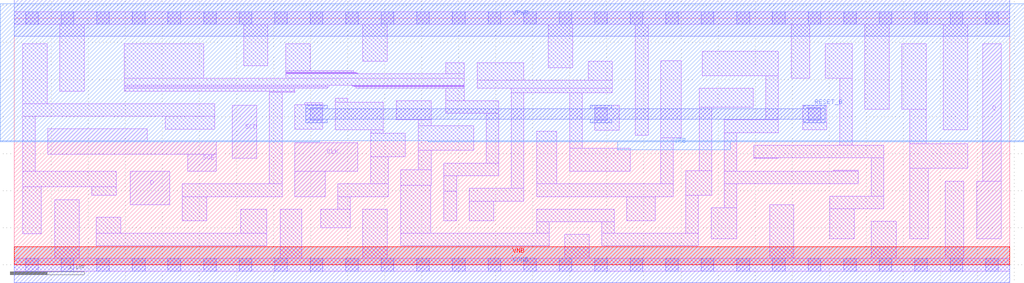
<source format=lef>
# Copyright 2020 The SkyWater PDK Authors
#
# Licensed under the Apache License, Version 2.0 (the "License");
# you may not use this file except in compliance with the License.
# You may obtain a copy of the License at
#
#     https://www.apache.org/licenses/LICENSE-2.0
#
# Unless required by applicable law or agreed to in writing, software
# distributed under the License is distributed on an "AS IS" BASIS,
# WITHOUT WARRANTIES OR CONDITIONS OF ANY KIND, either express or implied.
# See the License for the specific language governing permissions and
# limitations under the License.
#
# SPDX-License-Identifier: Apache-2.0

VERSION 5.7 ;
  NOWIREEXTENSIONATPIN ON ;
  DIVIDERCHAR "/" ;
  BUSBITCHARS "[]" ;
MACRO sky130_fd_sc_ls__sdfrtp_1
  CLASS CORE ;
  FOREIGN sky130_fd_sc_ls__sdfrtp_1 ;
  ORIGIN  0.000000  0.000000 ;
  SIZE  13.44000 BY  3.330000 ;
  SYMMETRY X Y R90 ;
  SITE unit ;
  PIN D
    ANTENNAGATEAREA  0.159000 ;
    DIRECTION INPUT ;
    USE SIGNAL ;
    PORT
      LAYER li1 ;
        RECT 1.565000 0.810000 2.100000 1.265000 ;
    END
  END D
  PIN Q
    ANTENNADIFFAREA  0.541300 ;
    DIRECTION OUTPUT ;
    USE SIGNAL ;
    PORT
      LAYER li1 ;
        RECT 12.995000 0.350000 13.325000 1.130000 ;
        RECT 13.070000 1.130000 13.325000 2.980000 ;
    END
  END Q
  PIN RESET_B
    ANTENNAGATEAREA  0.411000 ;
    DIRECTION INPUT ;
    USE SIGNAL ;
    PORT
      LAYER met1 ;
        RECT  3.935000 1.920000  4.225000 1.965000 ;
        RECT  3.935000 1.965000 10.945000 2.105000 ;
        RECT  3.935000 2.105000  4.225000 2.150000 ;
        RECT  7.775000 1.920000  8.065000 1.965000 ;
        RECT  7.775000 2.105000  8.065000 2.150000 ;
        RECT 10.655000 1.920000 10.945000 1.965000 ;
        RECT 10.655000 2.105000 10.945000 2.150000 ;
    END
  END RESET_B
  PIN SCD
    ANTENNAGATEAREA  0.159000 ;
    DIRECTION INPUT ;
    USE SIGNAL ;
    PORT
      LAYER li1 ;
        RECT 2.945000 1.440000 3.275000 2.150000 ;
    END
  END SCD
  PIN SCE
    ANTENNAGATEAREA  0.318000 ;
    DIRECTION INPUT ;
    USE SIGNAL ;
    PORT
      LAYER li1 ;
        RECT 0.455000 1.490000 2.725000 1.660000 ;
        RECT 0.455000 1.660000 1.795000 1.835000 ;
        RECT 2.345000 1.260000 2.725000 1.490000 ;
    END
  END SCE
  PIN VNB
    PORT
      LAYER pwell ;
        RECT 0.000000 0.000000 13.440000 0.245000 ;
    END
  END VNB
  PIN VPB
    PORT
      LAYER nwell ;
        RECT -0.190000 1.660000  4.125000 1.675000 ;
        RECT -0.190000 1.675000 13.630000 3.520000 ;
        RECT  5.585000 1.660000 13.630000 1.675000 ;
        RECT  8.145000 1.555000  9.665000 1.660000 ;
    END
  END VPB
  PIN CLK
    ANTENNAGATEAREA  0.261000 ;
    DIRECTION INPUT ;
    USE CLOCK ;
    PORT
      LAYER li1 ;
        RECT 3.785000 0.920000 4.195000 1.260000 ;
        RECT 3.785000 1.260000 4.640000 1.650000 ;
    END
  END CLK
  PIN VGND
    DIRECTION INOUT ;
    SHAPE ABUTMENT ;
    USE GROUND ;
    PORT
      LAYER met1 ;
        RECT 0.000000 -0.245000 13.440000 0.245000 ;
    END
  END VGND
  PIN VPWR
    DIRECTION INOUT ;
    SHAPE ABUTMENT ;
    USE POWER ;
    PORT
      LAYER met1 ;
        RECT 0.000000 3.085000 13.440000 3.575000 ;
    END
  END VPWR
  OBS
    LAYER li1 ;
      RECT  0.000000 -0.085000 13.440000 0.085000 ;
      RECT  0.000000  3.245000 13.440000 3.415000 ;
      RECT  0.115000  0.420000  0.365000 1.050000 ;
      RECT  0.115000  1.050000  1.375000 1.265000 ;
      RECT  0.115000  1.265000  0.285000 2.005000 ;
      RECT  0.115000  2.005000  2.705000 2.175000 ;
      RECT  0.115000  2.175000  0.445000 2.980000 ;
      RECT  0.545000  0.085000  0.875000 0.880000 ;
      RECT  0.615000  2.345000  0.945000 3.245000 ;
      RECT  1.045000  0.935000  1.375000 1.050000 ;
      RECT  1.105000  0.255000  3.410000 0.425000 ;
      RECT  1.105000  0.425000  1.435000 0.640000 ;
      RECT  1.485000  2.345000  3.785000 2.385000 ;
      RECT  1.485000  2.385000  4.230000 2.400000 ;
      RECT  1.485000  2.400000  4.250000 2.420000 ;
      RECT  1.485000  2.420000  6.075000 2.515000 ;
      RECT  1.485000  2.515000  2.555000 2.980000 ;
      RECT  2.035000  1.830000  2.705000 2.005000 ;
      RECT  2.270000  0.595000  2.600000 0.920000 ;
      RECT  2.270000  0.920000  3.615000 1.090000 ;
      RECT  3.060000  0.425000  3.410000 0.750000 ;
      RECT  3.095000  2.685000  3.425000 3.245000 ;
      RECT  3.445000  1.090000  3.615000 2.330000 ;
      RECT  3.445000  2.330000  3.785000 2.345000 ;
      RECT  3.590000  0.085000  3.880000 0.750000 ;
      RECT  3.665000  2.515000  6.075000 2.580000 ;
      RECT  3.665000  2.580000  4.645000 2.585000 ;
      RECT  3.665000  2.585000  4.630000 2.590000 ;
      RECT  3.665000  2.590000  4.610000 2.600000 ;
      RECT  3.665000  2.600000  4.580000 2.620000 ;
      RECT  3.665000  2.620000  3.995000 2.980000 ;
      RECT  3.785000  1.830000  4.165000 2.160000 ;
      RECT  3.920000  2.160000  4.165000 2.190000 ;
      RECT  4.135000  0.500000  4.535000 0.750000 ;
      RECT  4.335000  1.820000  4.980000 2.195000 ;
      RECT  4.335000  2.195000  4.505000 2.250000 ;
      RECT  4.365000  0.750000  4.535000 0.920000 ;
      RECT  4.365000  0.920000  5.045000 1.090000 ;
      RECT  4.555000  2.415000  6.075000 2.420000 ;
      RECT  4.570000  2.410000  6.075000 2.415000 ;
      RECT  4.590000  2.400000  6.075000 2.410000 ;
      RECT  4.615000  2.385000  6.075000 2.400000 ;
      RECT  4.705000  0.085000  5.035000 0.750000 ;
      RECT  4.705000  2.750000  5.035000 3.245000 ;
      RECT  4.810000  1.090000  5.045000 1.455000 ;
      RECT  4.810000  1.455000  5.280000 1.775000 ;
      RECT  4.810000  1.775000  4.980000 1.820000 ;
      RECT  5.155000  1.955000  5.630000 2.215000 ;
      RECT  5.215000  0.255000  7.220000 0.425000 ;
      RECT  5.215000  0.425000  5.620000 1.070000 ;
      RECT  5.215000  1.070000  5.630000 1.285000 ;
      RECT  5.450000  1.285000  5.630000 1.545000 ;
      RECT  5.450000  1.545000  6.200000 1.875000 ;
      RECT  5.450000  1.875000  5.630000 1.955000 ;
      RECT  5.795000  0.595000  5.975000 0.995000 ;
      RECT  5.800000  0.995000  5.975000 1.200000 ;
      RECT  5.800000  1.200000  6.540000 1.370000 ;
      RECT  5.825000  2.045000  6.540000 2.215000 ;
      RECT  5.825000  2.215000  6.075000 2.385000 ;
      RECT  5.825000  2.580000  6.075000 2.725000 ;
      RECT  6.145000  0.595000  6.470000 0.860000 ;
      RECT  6.145000  0.860000  6.880000 1.030000 ;
      RECT  6.250000  2.385000  8.075000 2.490000 ;
      RECT  6.250000  2.490000  6.880000 2.725000 ;
      RECT  6.370000  1.370000  6.540000 2.045000 ;
      RECT  6.710000  1.030000  6.880000 2.320000 ;
      RECT  6.710000  2.320000  8.075000 2.385000 ;
      RECT  7.050000  0.425000  7.220000 0.580000 ;
      RECT  7.050000  0.580000  8.100000 0.750000 ;
      RECT  7.050000  0.920000  8.895000 1.090000 ;
      RECT  7.050000  1.090000  7.325000 1.805000 ;
      RECT  7.205000  2.660000  7.540000 3.245000 ;
      RECT  7.430000  0.085000  7.760000 0.410000 ;
      RECT  7.495000  1.260000  8.315000 1.575000 ;
      RECT  7.495000  1.575000  7.665000 2.320000 ;
      RECT  7.745000  2.490000  8.075000 2.745000 ;
      RECT  7.835000  1.815000  8.165000 2.150000 ;
      RECT  7.930000  0.255000  9.235000 0.425000 ;
      RECT  7.930000  0.425000  8.100000 0.580000 ;
      RECT  8.270000  0.595000  8.655000 0.920000 ;
      RECT  8.385000  1.745000  8.555000 3.245000 ;
      RECT  8.725000  1.090000  8.895000 1.715000 ;
      RECT  8.725000  1.715000  9.005000 2.755000 ;
      RECT  9.065000  0.425000  9.235000 0.940000 ;
      RECT  9.065000  0.940000  9.415000 1.270000 ;
      RECT  9.245000  1.270000  9.415000 2.125000 ;
      RECT  9.245000  2.125000  9.975000 2.380000 ;
      RECT  9.290000  2.550000 10.315000 2.880000 ;
      RECT  9.405000  0.350000  9.755000 0.770000 ;
      RECT  9.585000  0.770000  9.755000 1.095000 ;
      RECT  9.585000  1.095000 11.395000 1.265000 ;
      RECT  9.585000  1.265000  9.755000 1.785000 ;
      RECT  9.585000  1.785000 10.315000 1.955000 ;
      RECT  9.985000  1.435000 10.315000 1.445000 ;
      RECT  9.985000  1.445000 11.735000 1.615000 ;
      RECT 10.145000  1.955000 10.315000 2.550000 ;
      RECT 10.195000  0.085000 10.525000 0.810000 ;
      RECT 10.485000  2.520000 10.735000 3.245000 ;
      RECT 10.640000  1.820000 10.970000 2.150000 ;
      RECT 10.945000  2.520000 11.310000 2.980000 ;
      RECT 11.010000  0.350000 11.340000 0.755000 ;
      RECT 11.010000  0.755000 11.735000 0.925000 ;
      RECT 11.065000  1.265000 11.395000 1.275000 ;
      RECT 11.140000  1.615000 11.310000 2.520000 ;
      RECT 11.480000  2.100000 11.810000 3.245000 ;
      RECT 11.565000  0.925000 11.735000 1.445000 ;
      RECT 11.570000  0.085000 11.905000 0.585000 ;
      RECT 11.980000  2.100000 12.310000 2.980000 ;
      RECT 12.085000  0.350000 12.335000 1.300000 ;
      RECT 12.085000  1.300000 12.870000 1.630000 ;
      RECT 12.085000  1.630000 12.310000 2.100000 ;
      RECT 12.540000  1.820000 12.870000 3.245000 ;
      RECT 12.565000  0.085000 12.815000 1.130000 ;
    LAYER mcon ;
      RECT  0.155000 -0.085000  0.325000 0.085000 ;
      RECT  0.155000  3.245000  0.325000 3.415000 ;
      RECT  0.635000 -0.085000  0.805000 0.085000 ;
      RECT  0.635000  3.245000  0.805000 3.415000 ;
      RECT  1.115000 -0.085000  1.285000 0.085000 ;
      RECT  1.115000  3.245000  1.285000 3.415000 ;
      RECT  1.595000 -0.085000  1.765000 0.085000 ;
      RECT  1.595000  3.245000  1.765000 3.415000 ;
      RECT  2.075000 -0.085000  2.245000 0.085000 ;
      RECT  2.075000  3.245000  2.245000 3.415000 ;
      RECT  2.555000 -0.085000  2.725000 0.085000 ;
      RECT  2.555000  3.245000  2.725000 3.415000 ;
      RECT  3.035000 -0.085000  3.205000 0.085000 ;
      RECT  3.035000  3.245000  3.205000 3.415000 ;
      RECT  3.515000 -0.085000  3.685000 0.085000 ;
      RECT  3.515000  3.245000  3.685000 3.415000 ;
      RECT  3.995000 -0.085000  4.165000 0.085000 ;
      RECT  3.995000  1.950000  4.165000 2.120000 ;
      RECT  3.995000  3.245000  4.165000 3.415000 ;
      RECT  4.475000 -0.085000  4.645000 0.085000 ;
      RECT  4.475000  3.245000  4.645000 3.415000 ;
      RECT  4.955000 -0.085000  5.125000 0.085000 ;
      RECT  4.955000  3.245000  5.125000 3.415000 ;
      RECT  5.435000 -0.085000  5.605000 0.085000 ;
      RECT  5.435000  3.245000  5.605000 3.415000 ;
      RECT  5.915000 -0.085000  6.085000 0.085000 ;
      RECT  5.915000  3.245000  6.085000 3.415000 ;
      RECT  6.395000 -0.085000  6.565000 0.085000 ;
      RECT  6.395000  3.245000  6.565000 3.415000 ;
      RECT  6.875000 -0.085000  7.045000 0.085000 ;
      RECT  6.875000  3.245000  7.045000 3.415000 ;
      RECT  7.355000 -0.085000  7.525000 0.085000 ;
      RECT  7.355000  3.245000  7.525000 3.415000 ;
      RECT  7.835000 -0.085000  8.005000 0.085000 ;
      RECT  7.835000  1.950000  8.005000 2.120000 ;
      RECT  7.835000  3.245000  8.005000 3.415000 ;
      RECT  8.315000 -0.085000  8.485000 0.085000 ;
      RECT  8.315000  3.245000  8.485000 3.415000 ;
      RECT  8.795000 -0.085000  8.965000 0.085000 ;
      RECT  8.795000  3.245000  8.965000 3.415000 ;
      RECT  9.275000 -0.085000  9.445000 0.085000 ;
      RECT  9.275000  3.245000  9.445000 3.415000 ;
      RECT  9.755000 -0.085000  9.925000 0.085000 ;
      RECT  9.755000  3.245000  9.925000 3.415000 ;
      RECT 10.235000 -0.085000 10.405000 0.085000 ;
      RECT 10.235000  3.245000 10.405000 3.415000 ;
      RECT 10.715000 -0.085000 10.885000 0.085000 ;
      RECT 10.715000  1.950000 10.885000 2.120000 ;
      RECT 10.715000  3.245000 10.885000 3.415000 ;
      RECT 11.195000 -0.085000 11.365000 0.085000 ;
      RECT 11.195000  3.245000 11.365000 3.415000 ;
      RECT 11.675000 -0.085000 11.845000 0.085000 ;
      RECT 11.675000  3.245000 11.845000 3.415000 ;
      RECT 12.155000 -0.085000 12.325000 0.085000 ;
      RECT 12.155000  3.245000 12.325000 3.415000 ;
      RECT 12.635000 -0.085000 12.805000 0.085000 ;
      RECT 12.635000  3.245000 12.805000 3.415000 ;
      RECT 13.115000 -0.085000 13.285000 0.085000 ;
      RECT 13.115000  3.245000 13.285000 3.415000 ;
  END
END sky130_fd_sc_ls__sdfrtp_1
END LIBRARY

</source>
